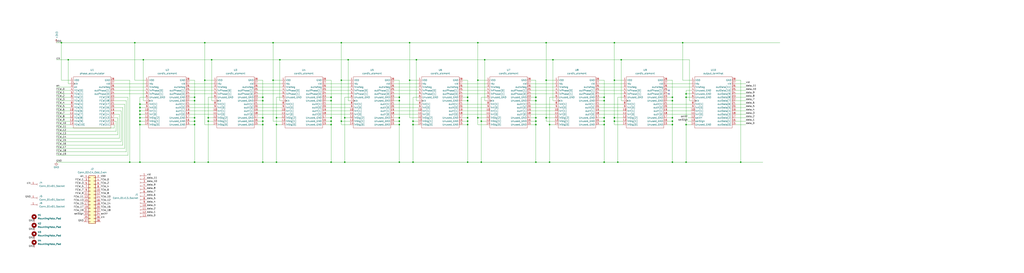
<source format=kicad_sch>
(kicad_sch (version 20250114) (generator "eeschema") (generator_version "9.0")
  (paper "User" 762 203.2)
  (lib_symbols
    (symbol "Connector:Conn_01x01_Socket" (pin_names (offset 1.016) (hide yes))
      (property "Reference" "J" (at 0 2.54 0))
      (property "Value" "Conn_01x01_Socket" (at 0 -2.54 0))
      (symbol "Conn_01x01_Socket_1_1"
        (polyline (pts (xy -1.27 0) (xy -0.508 0)) (stroke (width 0.1524)))
        (arc (start 0 -0.508) (mid -0.5058 0) (end 0 0.508) (stroke (width 0.1524)))
        (pin passive line (at -5.08 0 0) (length 3.81) (name "Pin_1") (number "1"))
      )
    )
    (symbol "Connector:Conn_01x13_Socket" (pin_names (offset 1.016) (hide yes))
      (property "Reference" "J" (at 0 17.78 0))
      (property "Value" "Conn_01x13_Socket" (at 0 -17.78 0))
      (symbol "Conn_01x13_Socket_1_1"
        (polyline (pts (xy -1.27 15.24) (xy -0.508 15.24)) (stroke (width 0.1524)))
        (polyline (pts (xy -1.27 12.7) (xy -0.508 12.7)) (stroke (width 0.1524)))
        (polyline (pts (xy -1.27 10.16) (xy -0.508 10.16)) (stroke (width 0.1524)))
        (polyline (pts (xy -1.27 7.62) (xy -0.508 7.62)) (stroke (width 0.1524)))
        (polyline (pts (xy -1.27 5.08) (xy -0.508 5.08)) (stroke (width 0.1524)))
        (polyline (pts (xy -1.27 2.54) (xy -0.508 2.54)) (stroke (width 0.1524)))
        (polyline (pts (xy -1.27 0) (xy -0.508 0)) (stroke (width 0.1524)))
        (polyline (pts (xy -1.27 -2.54) (xy -0.508 -2.54)) (stroke (width 0.1524)))
        (polyline (pts (xy -1.27 -5.08) (xy -0.508 -5.08)) (stroke (width 0.1524)))
        (polyline (pts (xy -1.27 -7.62) (xy -0.508 -7.62)) (stroke (width 0.1524)))
        (polyline (pts (xy -1.27 -10.16) (xy -0.508 -10.16)) (stroke (width 0.1524)))
        (polyline (pts (xy -1.27 -12.7) (xy -0.508 -12.7)) (stroke (width 0.1524)))
        (polyline (pts (xy -1.27 -15.24) (xy -0.508 -15.24)) (stroke (width 0.1524)))
        (arc (start 0 14.732) (mid -0.5058 15.24) (end 0 15.748) (stroke (width 0.1524)))
        (arc (start 0 12.192) (mid -0.5058 12.7) (end 0 13.208) (stroke (width 0.1524)))
        (arc (start 0 9.652) (mid -0.5058 10.16) (end 0 10.668) (stroke (width 0.1524)))
        (arc (start 0 7.112) (mid -0.5058 7.62) (end 0 8.128) (stroke (width 0.1524)))
        (arc (start 0 4.572) (mid -0.5058 5.08) (end 0 5.588) (stroke (width 0.1524)))
        (arc (start 0 2.032) (mid -0.5058 2.54) (end 0 3.048) (stroke (width 0.1524)))
        (arc (start 0 -0.508) (mid -0.5058 0) (end 0 0.508) (stroke (width 0.1524)))
        (arc (start 0 -3.048) (mid -0.5058 -2.54) (end 0 -2.032) (stroke (width 0.1524)))
        (arc (start 0 -5.588) (mid -0.5058 -5.08) (end 0 -4.572) (stroke (width 0.1524)))
        (arc (start 0 -8.128) (mid -0.5058 -7.62) (end 0 -7.112) (stroke (width 0.1524)))
        (arc (start 0 -10.668) (mid -0.5058 -10.16) (end 0 -9.652) (stroke (width 0.1524)))
        (arc (start 0 -13.208) (mid -0.5058 -12.7) (end 0 -12.192) (stroke (width 0.1524)))
        (arc (start 0 -15.748) (mid -0.5058 -15.24) (end 0 -14.732) (stroke (width 0.1524)))
        (pin passive line (at -5.08 15.24 0) (length 3.81) (name "Pin_1") (number "1"))
        (pin passive line (at -5.08 12.7 0) (length 3.81) (name "Pin_2") (number "2"))
        (pin passive line (at -5.08 10.16 0) (length 3.81) (name "Pin_3") (number "3"))
        (pin passive line (at -5.08 7.62 0) (length 3.81) (name "Pin_4") (number "4"))
        (pin passive line (at -5.08 5.08 0) (length 3.81) (name "Pin_5") (number "5"))
        (pin passive line (at -5.08 2.54 0) (length 3.81) (name "Pin_6") (number "6"))
        (pin passive line (at -5.08 0 0) (length 3.81) (name "Pin_7") (number "7"))
        (pin passive line (at -5.08 -2.54 0) (length 3.81) (name "Pin_8") (number "8"))
        (pin passive line (at -5.08 -5.08 0) (length 3.81) (name "Pin_9") (number "9"))
        (pin passive line (at -5.08 -7.62 0) (length 3.81) (name "Pin_10") (number "10"))
        (pin passive line (at -5.08 -10.16 0) (length 3.81) (name "Pin_11") (number "11"))
        (pin passive line (at -5.08 -12.7 0) (length 3.81) (name "Pin_12") (number "12"))
        (pin passive line (at -5.08 -15.24 0) (length 3.81) (name "Pin_13") (number "13"))
      )
    )
    (symbol "Connector_Generic:Conn_02x14_Odd_Even" (pin_names (offset 1.016) (hide yes))
      (property "Reference" "J" (at 1.27 17.78 0))
      (property "Value" "Conn_02x14_Odd_Even" (at 1.27 -20.32 0))
      (symbol "Conn_02x14_Odd_Even_1_1"
        (rectangle (start -1.27 16.51) (end 3.81 -19.05) (stroke (width 0.254)) (fill (type background)))
        (rectangle (start -1.27 15.367) (end 0 15.113) (stroke (width 0.1524)))
        (rectangle (start -1.27 12.827) (end 0 12.573) (stroke (width 0.1524)))
        (rectangle (start -1.27 10.287) (end 0 10.033) (stroke (width 0.1524)))
        (rectangle (start -1.27 7.747) (end 0 7.493) (stroke (width 0.1524)))
        (rectangle (start -1.27 5.207) (end 0 4.953) (stroke (width 0.1524)))
        (rectangle (start -1.27 2.667) (end 0 2.413) (stroke (width 0.1524)))
        (rectangle (start -1.27 0.127) (end 0 -0.127) (stroke (width 0.1524)))
        (rectangle (start -1.27 -2.413) (end 0 -2.667) (stroke (width 0.1524)))
        (rectangle (start -1.27 -4.953) (end 0 -5.207) (stroke (width 0.1524)))
        (rectangle (start -1.27 -7.493) (end 0 -7.747) (stroke (width 0.1524)))
        (rectangle (start -1.27 -10.033) (end 0 -10.287) (stroke (width 0.1524)))
        (rectangle (start -1.27 -12.573) (end 0 -12.827) (stroke (width 0.1524)))
        (rectangle (start -1.27 -15.113) (end 0 -15.367) (stroke (width 0.1524)))
        (rectangle (start -1.27 -17.653) (end 0 -17.907) (stroke (width 0.1524)))
        (rectangle (start 3.81 15.367) (end 2.54 15.113) (stroke (width 0.1524)))
        (rectangle (start 3.81 12.827) (end 2.54 12.573) (stroke (width 0.1524)))
        (rectangle (start 3.81 10.287) (end 2.54 10.033) (stroke (width 0.1524)))
        (rectangle (start 3.81 7.747) (end 2.54 7.493) (stroke (width 0.1524)))
        (rectangle (start 3.81 5.207) (end 2.54 4.953) (stroke (width 0.1524)))
        (rectangle (start 3.81 2.667) (end 2.54 2.413) (stroke (width 0.1524)))
        (rectangle (start 3.81 0.127) (end 2.54 -0.127) (stroke (width 0.1524)))
        (rectangle (start 3.81 -2.413) (end 2.54 -2.667) (stroke (width 0.1524)))
        (rectangle (start 3.81 -4.953) (end 2.54 -5.207) (stroke (width 0.1524)))
        (rectangle (start 3.81 -7.493) (end 2.54 -7.747) (stroke (width 0.1524)))
        (rectangle (start 3.81 -10.033) (end 2.54 -10.287) (stroke (width 0.1524)))
        (rectangle (start 3.81 -12.573) (end 2.54 -12.827) (stroke (width 0.1524)))
        (rectangle (start 3.81 -15.113) (end 2.54 -15.367) (stroke (width 0.1524)))
        (rectangle (start 3.81 -17.653) (end 2.54 -17.907) (stroke (width 0.1524)))
        (pin passive line (at -5.08 15.24 0) (length 3.81) (name "Pin_1") (number "1"))
        (pin passive line (at -5.08 12.7 0) (length 3.81) (name "Pin_3") (number "3"))
        (pin passive line (at -5.08 10.16 0) (length 3.81) (name "Pin_5") (number "5"))
        (pin passive line (at -5.08 7.62 0) (length 3.81) (name "Pin_7") (number "7"))
        (pin passive line (at -5.08 5.08 0) (length 3.81) (name "Pin_9") (number "9"))
        (pin passive line (at -5.08 2.54 0) (length 3.81) (name "Pin_11") (number "11"))
        (pin passive line (at -5.08 0 0) (length 3.81) (name "Pin_13") (number "13"))
        (pin passive line (at -5.08 -2.54 0) (length 3.81) (name "Pin_15") (number "15"))
        (pin passive line (at -5.08 -5.08 0) (length 3.81) (name "Pin_17") (number "17"))
        (pin passive line (at -5.08 -7.62 0) (length 3.81) (name "Pin_19") (number "19"))
        (pin passive line (at -5.08 -10.16 0) (length 3.81) (name "Pin_21") (number "21"))
        (pin passive line (at -5.08 -12.7 0) (length 3.81) (name "Pin_23") (number "23"))
        (pin passive line (at -5.08 -15.24 0) (length 3.81) (name "Pin_25") (number "25"))
        (pin passive line (at -5.08 -17.78 0) (length 3.81) (name "Pin_27") (number "27"))
        (pin passive line (at 7.62 15.24 180) (length 3.81) (name "Pin_2") (number "2"))
        (pin passive line (at 7.62 12.7 180) (length 3.81) (name "Pin_4") (number "4"))
        (pin passive line (at 7.62 10.16 180) (length 3.81) (name "Pin_6") (number "6"))
        (pin passive line (at 7.62 7.62 180) (length 3.81) (name "Pin_8") (number "8"))
        (pin passive line (at 7.62 5.08 180) (length 3.81) (name "Pin_10") (number "10"))
        (pin passive line (at 7.62 2.54 180) (length 3.81) (name "Pin_12") (number "12"))
        (pin passive line (at 7.62 0 180) (length 3.81) (name "Pin_14") (number "14"))
        (pin passive line (at 7.62 -2.54 180) (length 3.81) (name "Pin_16") (number "16"))
        (pin passive line (at 7.62 -5.08 180) (length 3.81) (name "Pin_18") (number "18"))
        (pin passive line (at 7.62 -7.62 180) (length 3.81) (name "Pin_20") (number "20"))
        (pin passive line (at 7.62 -10.16 180) (length 3.81) (name "Pin_22") (number "22"))
        (pin passive line (at 7.62 -12.7 180) (length 3.81) (name "Pin_24") (number "24"))
        (pin passive line (at 7.62 -15.24 180) (length 3.81) (name "Pin_26") (number "26"))
        (pin passive line (at 7.62 -17.78 180) (length 3.81) (name "Pin_28") (number "28"))
      )
    )
    (symbol "Mechanical:MountingHole_Pad" (pin_numbers (hide yes)) (pin_names (offset 1.016) (hide yes)) (in_bom no)
      (property "Reference" "H" (at 0 6.35 0))
      (property "Value" "MountingHole_Pad" (at 0 4.445 0))
      (symbol "MountingHole_Pad_0_1"
        (circle (center 0 1.27) (radius 1.27) (stroke (width 1.27)))
      )
      (symbol "MountingHole_Pad_1_1"
        (pin input line (at 0 -2.54 90) (length 2.54) (name "1") (number "1"))
      )
    )
    (symbol "power:+3V3" (power) (pin_names (offset 0))
      (property "Value" "+3V3" (at 0 3.556 0))
      (symbol "+3V3_0_1"
        (polyline (pts (xy -0.762 1.27) (xy 0 2.54)))
        (polyline (pts (xy 0 2.54) (xy 0.762 1.27)))
        (polyline (pts (xy 0 0) (xy 0 2.54)))
      )
      (symbol "+3V3_1_1"
        (pin power_in line (at 0 0 90) (length 0) (hide yes) (name "+3V3") (number "1"))
      )
    )
    (symbol "power:GND" (power) (pin_names (offset 0))
      (property "Value" "GND" (at 0 -3.81 0))
      (symbol "GND_0_1"
        (polyline (pts (xy 0 0) (xy 0 -1.27) (xy 1.27 -1.27) (xy 0 -2.54) (xy -1.27 -1.27) (xy 0 -1.27)))
      )
      (symbol "GND_1_1"
        (pin power_in line (at 0 0 270) (length 0) (hide yes) (name "GND") (number "1"))
      )
    )
    (symbol "user_mychip25y1st_nco_sub1:NCO_Sub1"
      (property "Reference" "U" (at 0 22.86 0))
      (property "Value" "phase_accumulator" (at 0 20.32 0))
      (symbol "NCO_Sub1_0_1"
        (rectangle (start -13.97 19.05) (end 13.97 -19.05))
      )
      (symbol "NCO_Sub1_1_1"
        (pin power_in line (at -16.51 16.51 0) (length 2.54) (name "VDD") (number "1"))
        (pin input clock (at -16.51 13.97 0) (length 2.54) (name "clk") (number "2"))
        (pin input line (at -16.51 11.43 0) (length 2.54) (name "en") (number "3"))
        (pin input line (at -16.51 8.89 0) (length 2.54) (name "FCW[0]") (number "4"))
        (pin input line (at -16.51 6.35 0) (length 2.54) (name "FCW[1]") (number "5"))
        (pin input line (at -16.51 3.81 0) (length 2.54) (name "FCW[2]") (number "6"))
        (pin input line (at -16.51 1.27 0) (length 2.54) (name "FCW[3]") (number "7"))
        (pin input line (at -16.51 -1.27 0) (length 2.54) (name "FCW[4]") (number "8"))
        (pin input line (at -16.51 -3.81 0) (length 2.54) (name "FCW[5]") (number "9"))
        (pin input line (at -16.51 -6.35 0) (length 2.54) (name "FCW[6]") (number "10"))
        (pin input line (at -16.51 -8.89 0) (length 2.54) (name "FCW[7]") (number "11"))
        (pin input line (at -16.51 -11.43 0) (length 2.54) (name "FCW[8]") (number "12"))
        (pin input line (at -16.51 -13.97 0) (length 2.54) (name "FCW[9]") (number "13"))
        (pin input line (at -16.51 -16.51 0) (length 2.54) (name "FCW[10]") (number "14"))
        (pin power_in line (at 16.51 16.51 180) (length 2.54) (name "GND") (number "28"))
        (pin output line (at 16.51 13.97 180) (length 2.54) (name "vld") (number "27"))
        (pin output line (at 16.51 11.43 180) (length 2.54) (name "outIsNeg") (number "26"))
        (pin output line (at 16.51 8.89 180) (length 2.54) (name "outPhase[1]") (number "25"))
        (pin output line (at 16.51 6.35 180) (length 2.54) (name "outPhase[0]") (number "24"))
        (pin input line (at 16.51 3.81 180) (length 2.54) (name "FCW[19]") (number "23"))
        (pin input line (at 16.51 1.27 180) (length 2.54) (name "FCW[18]") (number "22"))
        (pin input line (at 16.51 -1.27 180) (length 2.54) (name "FCW[17]") (number "21"))
        (pin input line (at 16.51 -3.81 180) (length 2.54) (name "FCW[16]") (number "20"))
        (pin input line (at 16.51 -6.35 180) (length 2.54) (name "FCW[15]") (number "19"))
        (pin input line (at 16.51 -8.89 180) (length 2.54) (name "FCW[14]") (number "18"))
        (pin input line (at 16.51 -11.43 180) (length 2.54) (name "FCW[13]") (number "17"))
        (pin input line (at 16.51 -13.97 180) (length 2.54) (name "FCW[12]") (number "16"))
        (pin input line (at 16.51 -16.51 180) (length 2.54) (name "FCW[11]") (number "15"))
      )
    )
    (symbol "user_mychip25y1st_nco_sub2:NCO_Sub2"
      (property "Reference" "U" (at 0 21.59 0))
      (property "Value" "cordic_element" (at 0 19.05 0))
      (symbol "NCO_Sub2_0_1"
        (rectangle (start -13.97 17.78) (end 13.97 -20.32))
      )
      (symbol "NCO_Sub2_1_1"
        (pin power_in line (at -16.51 15.24 0) (length 2.54) (name "VDD") (number "1"))
        (pin input line (at -16.51 12.7 0) (length 2.54) (name "rdy") (number "2"))
        (pin input line (at -16.51 10.16 0) (length 2.54) (name "inIsNeg") (number "3"))
        (pin input line (at -16.51 7.62 0) (length 2.54) (name "inPhase[0]") (number "4"))
        (pin input line (at -16.51 5.08 0) (length 2.54) (name "inPhase[1]") (number "5"))
        (pin input line (at -16.51 2.54 0) (length 2.54) (name "Unused_GND") (number "6"))
        (pin input clock (at -16.51 0 0) (length 2.54) (name "clk") (number "7"))
        (pin input line (at -16.51 -2.54 0) (length 2.54) (name "inX[1]") (number "8"))
        (pin input line (at -16.51 -5.08 0) (length 2.54) (name "inX[0]") (number "9"))
        (pin input line (at -16.51 -7.62 0) (length 2.54) (name "inY[1]") (number "10"))
        (pin input line (at -16.51 -10.16 0) (length 2.54) (name "inY[0]") (number "11"))
        (pin input line (at -16.51 -12.7 0) (length 2.54) (name "inStg[2]") (number "12"))
        (pin input line (at -16.51 -15.24 0) (length 2.54) (name "inStg[1]") (number "13"))
        (pin input line (at -16.51 -17.78 0) (length 2.54) (name "inStg[0]") (number "14"))
        (pin power_in line (at 16.51 15.24 180) (length 2.54) (name "GND") (number "28"))
        (pin output line (at 16.51 12.7 180) (length 2.54) (name "vld") (number "27"))
        (pin output line (at 16.51 10.16 180) (length 2.54) (name "outIsNeg") (number "26"))
        (pin output line (at 16.51 7.62 180) (length 2.54) (name "outPhase[1]") (number "25"))
        (pin output line (at 16.51 5.08 180) (length 2.54) (name "outPhase[0]") (number "24"))
        (pin input line (at 16.51 2.54 180) (length 2.54) (name "Unused_GND") (number "23"))
        (pin input line (at 16.51 0 180) (length 2.54) (name "Unused_GND") (number "22"))
        (pin output line (at 16.51 -2.54 180) (length 2.54) (name "outX[1]") (number "21"))
        (pin output line (at 16.51 -5.08 180) (length 2.54) (name "outX[0]") (number "20"))
        (pin output line (at 16.51 -7.62 180) (length 2.54) (name "outY[1]") (number "19"))
        (pin output line (at 16.51 -10.16 180) (length 2.54) (name "outY[0]") (number "18"))
        (pin input line (at 16.51 -12.7 180) (length 2.54) (name "Unused_GND") (number "17"))
        (pin input line (at 16.51 -15.24 180) (length 2.54) (name "Unused_GND") (number "16"))
        (pin input line (at 16.51 -17.78 180) (length 2.54) (name "Unused_GND") (number "15"))
      )
    )
    (symbol "user_mychip25y1st_nco_sub3:NCO_Sub3"
      (property "Reference" "U" (at 0 21.59 0))
      (property "Value" "output_terminal" (at 0 19.05 0))
      (symbol "NCO_Sub3_0_1"
        (rectangle (start -13.97 17.78) (end 13.97 -20.32))
      )
      (symbol "NCO_Sub3_1_1"
        (pin power_in line (at -16.51 15.24 0) (length 2.54) (name "VDD") (number "1"))
        (pin input line (at -16.51 12.7 0) (length 2.54) (name "rdy") (number "2"))
        (pin input line (at -16.51 10.16 0) (length 2.54) (name "inIsNeg") (number "3"))
        (pin input line (at -16.51 7.62 0) (length 2.54) (name "Unused_GND") (number "4"))
        (pin input line (at -16.51 5.08 0) (length 2.54) (name "Unused_GND") (number "5"))
        (pin input line (at -16.51 2.54 0) (length 2.54) (name "Unused_GND") (number "6"))
        (pin input clock (at -16.51 0 0) (length 2.54) (name "clk") (number "7"))
        (pin input line (at -16.51 -2.54 0) (length 2.54) (name "inX[1]") (number "8"))
        (pin input line (at -16.51 -5.08 0) (length 2.54) (name "inX[0]") (number "9"))
        (pin input line (at -16.51 -7.62 0) (length 2.54) (name "inY[1]") (number "10"))
        (pin input line (at -16.51 -10.16 0) (length 2.54) (name "inY[0]") (number "11"))
        (pin input line (at -16.51 -12.7 0) (length 2.54) (name "selXY") (number "12"))
        (pin input line (at -16.51 -15.24 0) (length 2.54) (name "selSign") (number "13"))
        (pin input line (at -16.51 -17.78 0) (length 2.54) (name "Unused_GND") (number "14"))
        (pin power_in line (at 16.51 15.24 180) (length 2.54) (name "GND") (number "28"))
        (pin output line (at 16.51 12.7 180) (length 2.54) (name "vld") (number "27"))
        (pin output line (at 16.51 10.16 180) (length 2.54) (name "outData[11]") (number "26"))
        (pin output line (at 16.51 7.62 180) (length 2.54) (name "outData[10]") (number "25"))
        (pin output line (at 16.51 5.08 180) (length 2.54) (name "outData[9]") (number "24"))
        (pin output line (at 16.51 2.54 180) (length 2.54) (name "outData[8]") (number "23"))
        (pin output line (at 16.51 0 180) (length 2.54) (name "outData[7]") (number "22"))
        (pin output line (at 16.51 -2.54 180) (length 2.54) (name "outData[6]") (number "21"))
        (pin output line (at 16.51 -5.08 180) (length 2.54) (name "outData[5]") (number "20"))
        (pin output line (at 16.51 -7.62 180) (length 2.54) (name "outData[4]") (number "19"))
        (pin output line (at 16.51 -10.16 180) (length 2.54) (name "outData[3]") (number "18"))
        (pin output line (at 16.51 -12.7 180) (length 2.54) (name "outData[2]") (number "17"))
        (pin output line (at 16.51 -15.24 180) (length 2.54) (name "outData[1]") (number "16"))
        (pin output line (at 16.51 -17.78 180) (length 2.54) (name "outData[0]") (number "15"))
      )
    )
  )
  (junction (at 406.4 31.75))
  (junction (at 347.98 90.17))
  (junction (at 106.68 44.45))
  (junction (at 304.8 59.69))
  (junction (at 355.6 31.75))
  (junction (at 358.14 120.65))
  (junction (at 205.74 120.65))
  (junction (at 347.98 92.71))
  (junction (at 347.98 120.65))
  (junction (at 355.6 59.69))
  (junction (at 104.14 82.55))
  (junction (at 551.18 120.65))
  (junction (at 297.18 90.17))
  (junction (at 256.54 120.65))
  (junction (at 195.58 92.71))
  (junction (at 449.58 72.39))
  (junction (at 104.14 87.63))
  (junction (at 96.52 120.65))
  (junction (at 355.6 87.63))
  (junction (at 408.94 120.65))
  (junction (at 246.38 90.17))
  (junction (at 408.94 92.71))
  (junction (at 195.58 74.93))
  (junction (at 246.38 74.93))
  (junction (at 500.38 87.63))
  (junction (at 297.18 72.39))
  (junction (at 510.54 69.85))
  (junction (at 259.08 44.45))
  (junction (at 457.2 31.75))
  (junction (at 500.38 92.71))
  (junction (at 297.18 87.63))
  (junction (at 449.58 90.17))
  (junction (at 195.58 90.17))
  (junction (at 144.78 74.93))
  (junction (at 398.78 72.39))
  (junction (at 104.14 90.17))
  (junction (at 457.2 87.63))
  (junction (at 449.58 92.71))
  (junction (at 500.38 90.17))
  (junction (at 449.58 87.63))
  (junction (at 347.98 87.63))
  (junction (at 510.54 92.71))
  (junction (at 360.68 44.45))
  (junction (at 104.14 120.65))
  (junction (at 304.8 31.75))
  (junction (at 411.48 44.45))
  (junction (at 246.38 120.65))
  (junction (at 154.94 120.65))
  (junction (at 45.72 31.75))
  (junction (at 195.58 72.39))
  (junction (at 144.78 92.71))
  (junction (at 398.78 74.93))
  (junction (at 307.34 90.17))
  (junction (at 510.54 72.39))
  (junction (at 205.74 87.63))
  (junction (at 157.48 44.45))
  (junction (at 500.38 72.39))
  (junction (at 459.74 120.65))
  (junction (at 254 59.69))
  (junction (at 510.54 120.65))
  (junction (at 347.98 74.93))
  (junction (at 195.58 87.63))
  (junction (at 500.38 120.65))
  (junction (at 500.38 74.93))
  (junction (at 406.4 87.63))
  (junction (at 100.33 31.75))
  (junction (at 309.88 44.45))
  (junction (at 398.78 92.71))
  (junction (at 254 31.75))
  (junction (at 457.2 90.17))
  (junction (at 398.78 120.65))
  (junction (at 154.94 90.17))
  (junction (at 152.4 59.69))
  (junction (at 144.78 120.65))
  (junction (at 297.18 92.71))
  (junction (at 406.4 59.69))
  (junction (at 152.4 31.75))
  (junction (at 246.38 87.63))
  (junction (at 307.34 120.65))
  (junction (at 104.14 77.47))
  (junction (at 104.14 80.01))
  (junction (at 203.2 59.69))
  (junction (at 154.94 87.63))
  (junction (at 246.38 92.71))
  (junction (at 203.2 31.75))
  (junction (at 144.78 87.63))
  (junction (at 104.14 92.71))
  (junction (at 254 90.17))
  (junction (at 205.74 92.71))
  (junction (at 457.2 59.69))
  (junction (at 195.58 120.65))
  (junction (at 462.28 44.45))
  (junction (at 104.14 85.09))
  (junction (at 508 31.75))
  (junction (at 50.8 44.45))
  (junction (at 144.78 72.39))
  (junction (at 208.28 44.45))
  (junction (at 398.78 90.17))
  (junction (at 449.58 120.65))
  (junction (at 144.78 90.17))
  (junction (at 297.18 74.93))
  (junction (at 347.98 72.39))
  (junction (at 358.14 90.17))
  (junction (at 256.54 87.63))
  (junction (at 449.58 74.93))
  (junction (at 398.78 87.63))
  (junction (at 307.34 92.71))
  (junction (at 297.18 120.65))
  (junction (at 246.38 72.39))
  (no_connect (at 497.84 69.85))
  (no_connect (at 497.84 67.31))
  (wire (pts (xy 304.8 31.75) (xy 355.6 31.75)))
  (wire (pts (xy 508 31.75) (xy 580.39 31.75)))
  (wire (pts (xy 50.8 62.23) (xy 52.07 62.23)))
  (wire (pts (xy 45.72 31.75) (xy 100.33 31.75)))
  (wire (pts (xy 87.63 87.63) (xy 85.09 87.63)))
  (wire (pts (xy 344.17 77.47) (xy 361.95 77.47)))
  (wire (pts (xy 293.37 64.77) (xy 311.15 64.77)))
  (wire (pts (xy 205.74 92.71) (xy 209.55 92.71)))
  (wire (pts (xy 158.75 59.69) (xy 152.4 59.69)))
  (wire (pts (xy 394.97 59.69) (xy 398.78 59.69)))
  (wire (pts (xy 195.58 74.93) (xy 195.58 87.63)))
  (wire (pts (xy 95.25 72.39) (xy 95.25 115.57)))
  (wire (pts (xy 411.48 74.93) (xy 411.48 44.45)))
  (wire (pts (xy 360.68 74.93) (xy 361.95 74.93)))
  (wire (pts (xy 514.35 72.39) (xy 510.54 72.39)))
  (wire (pts (xy 85.09 69.85) (xy 107.95 69.85)))
  (wire (pts (xy 304.8 87.63) (xy 304.8 59.69)))
  (wire (pts (xy 360.68 44.45) (xy 411.48 44.45)))
  (wire (pts (xy 462.28 44.45) (xy 513.08 44.45)))
  (wire (pts (xy 246.38 92.71) (xy 246.38 120.65)))
  (wire (pts (xy 242.57 72.39) (xy 246.38 72.39)))
  (wire (pts (xy 203.2 31.75) (xy 254 31.75)))
  (wire (pts (xy 41.91 64.77) (xy 52.07 64.77)))
  (wire (pts (xy 293.37 72.39) (xy 297.18 72.39)))
  (wire (pts (xy 293.37 67.31) (xy 311.15 67.31)))
  (wire (pts (xy 260.35 92.71) (xy 254 92.71)))
  (wire (pts (xy 195.58 90.17) (xy 195.58 92.71)))
  (wire (pts (xy 347.98 72.39) (xy 347.98 74.93)))
  (wire (pts (xy 191.77 74.93) (xy 195.58 74.93)))
  (wire (pts (xy 140.97 87.63) (xy 144.78 87.63)))
  (wire (pts (xy 459.74 72.39) (xy 459.74 120.65)))
  (wire (pts (xy 293.37 87.63) (xy 297.18 87.63)))
  (wire (pts (xy 547.37 82.55) (xy 554.99 82.55)))
  (wire (pts (xy 242.57 77.47) (xy 260.35 77.47)))
  (wire (pts (xy 445.77 87.63) (xy 449.58 87.63)))
  (wire (pts (xy 394.97 82.55) (xy 412.75 82.55)))
  (wire (pts (xy 41.91 85.09) (xy 52.07 85.09)))
  (wire (pts (xy 144.78 74.93) (xy 144.78 87.63)))
  (wire (pts (xy 41.91 120.65) (xy 96.52 120.65)))
  (wire (pts (xy 195.58 59.69) (xy 195.58 72.39)))
  (wire (pts (xy 445.77 90.17) (xy 449.58 90.17)))
  (wire (pts (xy 104.14 87.63) (xy 104.14 90.17)))
  (wire (pts (xy 152.4 59.69) (xy 152.4 31.75)))
  (wire (pts (xy 361.95 92.71) (xy 355.6 92.71)))
  (wire (pts (xy 496.57 82.55) (xy 514.35 82.55)))
  (wire (pts (xy 208.28 74.93) (xy 208.28 44.45)))
  (wire (pts (xy 411.48 44.45) (xy 462.28 44.45)))
  (wire (pts (xy 344.17 80.01) (xy 361.95 80.01)))
  (wire (pts (xy 510.54 69.85) (xy 514.35 69.85)))
  (wire (pts (xy 457.2 90.17) (xy 463.55 90.17)))
  (wire (pts (xy 511.81 87.63) (xy 514.35 87.63)))
  (wire (pts (xy 242.57 92.71) (xy 246.38 92.71)))
  (wire (pts (xy 144.78 72.39) (xy 144.78 74.93)))
  (wire (pts (xy 297.18 92.71) (xy 297.18 120.65)))
  (wire (pts (xy 394.97 85.09) (xy 412.75 85.09)))
  (wire (pts (xy 547.37 90.17) (xy 554.99 90.17)))
  (wire (pts (xy 394.97 87.63) (xy 398.78 87.63)))
  (wire (pts (xy 100.33 59.69) (xy 100.33 31.75)))
  (wire (pts (xy 205.74 92.71) (xy 205.74 120.65)))
  (wire (pts (xy 293.37 92.71) (xy 297.18 92.71)))
  (wire (pts (xy 140.97 69.85) (xy 158.75 69.85)))
  (wire (pts (xy 154.94 120.65) (xy 195.58 120.65)))
  (wire (pts (xy 144.78 90.17) (xy 144.78 92.71)))
  (wire (pts (xy 242.57 59.69) (xy 246.38 59.69)))
  (wire (pts (xy 547.37 62.23) (xy 554.99 62.23)))
  (wire (pts (xy 209.55 90.17) (xy 203.2 90.17)))
  (wire (pts (xy 307.34 92.71) (xy 311.15 92.71)))
  (wire (pts (xy 514.35 74.93) (xy 513.08 74.93)))
  (wire (pts (xy 106.68 74.93) (xy 106.68 44.45)))
  (wire (pts (xy 41.91 100.33) (xy 87.63 100.33)))
  (wire (pts (xy 398.78 90.17) (xy 398.78 92.71)))
  (wire (pts (xy 457.2 59.69) (xy 457.2 31.75)))
  (wire (pts (xy 510.54 92.71) (xy 514.35 92.71)))
  (wire (pts (xy 100.33 31.75) (xy 152.4 31.75)))
  (wire (pts (xy 293.37 82.55) (xy 311.15 82.55)))
  (wire (pts (xy 445.77 67.31) (xy 463.55 67.31)))
  (wire (pts (xy 41.91 74.93) (xy 52.07 74.93)))
  (wire (pts (xy 347.98 120.65) (xy 358.14 120.65)))
  (wire (pts (xy 85.09 77.47) (xy 92.71 77.47)))
  (wire (pts (xy 307.34 90.17) (xy 311.15 90.17)))
  (wire (pts (xy 104.14 92.71) (xy 107.95 92.71)))
  (wire (pts (xy 344.17 92.71) (xy 347.98 92.71)))
  (wire (pts (xy 547.37 80.01) (xy 554.99 80.01)))
  (wire (pts (xy 307.34 90.17) (xy 307.34 92.71)))
  (wire (pts (xy 96.52 59.69) (xy 96.52 120.65)))
  (wire (pts (xy 195.58 72.39) (xy 195.58 74.93)))
  (wire (pts (xy 449.58 74.93) (xy 449.58 87.63)))
  (wire (pts (xy 246.38 74.93) (xy 246.38 87.63)))
  (wire (pts (xy 140.97 67.31) (xy 158.75 67.31)))
  (wire (pts (xy 41.91 69.85) (xy 52.07 69.85)))
  (wire (pts (xy 293.37 80.01) (xy 311.15 80.01)))
  (wire (pts (xy 394.97 69.85) (xy 412.75 69.85)))
  (wire (pts (xy 191.77 87.63) (xy 195.58 87.63)))
  (wire (pts (xy 394.97 92.71) (xy 398.78 92.71)))
  (wire (pts (xy 106.68 44.45) (xy 157.48 44.45)))
  (wire (pts (xy 513.08 44.45) (xy 513.08 74.93)))
  (wire (pts (xy 85.09 80.01) (xy 91.44 80.01)))
  (wire (pts (xy 297.18 59.69) (xy 297.18 72.39)))
  (wire (pts (xy 449.58 87.63) (xy 449.58 90.17)))
  (wire (pts (xy 86.36 90.17) (xy 86.36 97.79)))
  (wire (pts (xy 408.94 92.71) (xy 408.94 120.65)))
  (wire (pts (xy 547.37 72.39) (xy 554.99 72.39)))
  (wire (pts (xy 500.38 74.93) (xy 500.38 87.63)))
  (wire (pts (xy 463.55 59.69) (xy 457.2 59.69)))
  (wire (pts (xy 344.17 62.23) (xy 361.95 62.23)))
  (wire (pts (xy 85.09 85.09) (xy 88.9 85.09)))
  (wire (pts (xy 408.94 92.71) (xy 412.75 92.71)))
  (wire (pts (xy 445.77 85.09) (xy 463.55 85.09)))
  (wire (pts (xy 551.18 59.69) (xy 551.18 120.65)))
  (wire (pts (xy 547.37 87.63) (xy 554.99 87.63)))
  (wire (pts (xy 195.58 120.65) (xy 205.74 120.65)))
  (wire (pts (xy 293.37 59.69) (xy 297.18 59.69)))
  (wire (pts (xy 496.57 62.23) (xy 514.35 62.23)))
  (wire (pts (xy 293.37 77.47) (xy 311.15 77.47)))
  (wire (pts (xy 445.77 64.77) (xy 463.55 64.77)))
  (wire (pts (xy 398.78 59.69) (xy 398.78 72.39)))
  (wire (pts (xy 459.74 120.65) (xy 500.38 120.65)))
  (wire (pts (xy 41.91 113.03) (xy 93.98 113.03)))
  (wire (pts (xy 355.6 31.75) (xy 406.4 31.75)))
  (wire (pts (xy 514.35 59.69) (xy 508 59.69)))
  (wire (pts (xy 205.74 87.63) (xy 205.74 92.71)))
  (wire (pts (xy 191.77 72.39) (xy 195.58 72.39)))
  (wire (pts (xy 88.9 85.09) (xy 88.9 102.87)))
  (wire (pts (xy 293.37 90.17) (xy 297.18 90.17)))
  (wire (pts (xy 242.57 82.55) (xy 260.35 82.55)))
  (wire (pts (xy 104.14 80.01) (xy 104.14 82.55)))
  (wire (pts (xy 191.77 90.17) (xy 195.58 90.17)))
  (wire (pts (xy 140.97 82.55) (xy 158.75 82.55)))
  (wire (pts (xy 360.68 74.93) (xy 360.68 44.45)))
  (wire (pts (xy 246.38 59.69) (xy 246.38 72.39)))
  (wire (pts (xy 208.28 44.45) (xy 259.08 44.45)))
  (wire (pts (xy 41.91 97.79) (xy 86.36 97.79)))
  (wire (pts (xy 154.94 90.17) (xy 158.75 90.17)))
  (wire (pts (xy 205.74 120.65) (xy 246.38 120.65)))
  (wire (pts (xy 497.84 67.31) (xy 496.57 67.31)))
  (wire (pts (xy 496.57 77.47) (xy 514.35 77.47)))
  (wire (pts (xy 256.54 87.63) (xy 260.35 87.63)))
  (wire (pts (xy 406.4 59.69) (xy 406.4 31.75)))
  (wire (pts (xy 361.95 72.39) (xy 358.14 72.39)))
  (wire (pts (xy 259.08 44.45) (xy 309.88 44.45)))
  (wire (pts (xy 344.17 64.77) (xy 361.95 64.77)))
  (wire (pts (xy 309.88 74.93) (xy 311.15 74.93)))
  (wire (pts (xy 449.58 72.39) (xy 449.58 74.93)))
  (wire (pts (xy 457.2 31.75) (xy 508 31.75)))
  (wire (pts (xy 496.57 92.71) (xy 500.38 92.71)))
  (wire (pts (xy 104.14 82.55) (xy 107.95 82.55)))
  (wire (pts (xy 355.6 59.69) (xy 355.6 87.63)))
  (wire (pts (xy 242.57 62.23) (xy 260.35 62.23)))
  (wire (pts (xy 394.97 72.39) (xy 398.78 72.39)))
  (wire (pts (xy 394.97 90.17) (xy 398.78 90.17)))
  (wire (pts (xy 140.97 92.71) (xy 144.78 92.71)))
  (wire (pts (xy 463.55 72.39) (xy 459.74 72.39)))
  (wire (pts (xy 547.37 85.09) (xy 554.99 85.09)))
  (wire (pts (xy 85.09 82.55) (xy 90.17 82.55)))
  (wire (pts (xy 259.08 74.93) (xy 259.08 44.45)))
  (wire (pts (xy 406.4 87.63) (xy 406.4 59.69)))
  (wire (pts (xy 309.88 74.93) (xy 309.88 44.45)))
  (wire (pts (xy 361.95 59.69) (xy 355.6 59.69)))
  (wire (pts (xy 311.15 87.63) (xy 304.8 87.63)))
  (wire (pts (xy 50.8 44.45) (xy 106.68 44.45)))
  (wire (pts (xy 191.77 64.77) (xy 209.55 64.77)))
  (wire (pts (xy 293.37 74.93) (xy 297.18 74.93)))
  (wire (pts (xy 256.54 87.63) (xy 256.54 120.65)))
  (wire (pts (xy 347.98 74.93) (xy 347.98 87.63)))
  (wire (pts (xy 104.14 72.39) (xy 104.14 77.47)))
  (wire (pts (xy 394.97 74.93) (xy 398.78 74.93)))
  (wire (pts (xy 242.57 74.93) (xy 246.38 74.93)))
  (wire (pts (xy 445.77 69.85) (xy 463.55 69.85)))
  (wire (pts (xy 500.38 92.71) (xy 500.38 120.65)))
  (wire (pts (xy 104.14 80.01) (xy 107.95 80.01)))
  (wire (pts (xy 191.77 85.09) (xy 209.55 85.09)))
  (wire (pts (xy 50.8 62.23) (xy 50.8 44.45)))
  (wire (pts (xy 246.38 72.39) (xy 246.38 74.93)))
  (wire (pts (xy 41.91 67.31) (xy 52.07 67.31)))
  (wire (pts (xy 246.38 90.17) (xy 246.38 92.71)))
  (wire (pts (xy 307.34 120.65) (xy 347.98 120.65)))
  (wire (pts (xy 297.18 90.17) (xy 297.18 92.71)))
  (wire (pts (xy 107.95 87.63) (xy 104.14 87.63)))
  (wire (pts (xy 158.75 92.71) (xy 152.4 92.71)))
  (wire (pts (xy 307.34 92.71) (xy 307.34 120.65)))
  (wire (pts (xy 41.91 110.49) (xy 92.71 110.49)))
  (wire (pts (xy 449.58 120.65) (xy 459.74 120.65)))
  (wire (pts (xy 293.37 69.85) (xy 311.15 69.85)))
  (wire (pts (xy 259.08 74.93) (xy 260.35 74.93)))
  (wire (pts (xy 347.98 87.63) (xy 347.98 90.17)))
  (wire (pts (xy 457.2 87.63) (xy 463.55 87.63)))
  (wire (pts (xy 92.71 77.47) (xy 92.71 110.49)))
  (wire (pts (xy 140.97 62.23) (xy 158.75 62.23)))
  (wire (pts (xy 398.78 120.65) (xy 408.94 120.65)))
  (wire (pts (xy 90.17 82.55) (xy 90.17 105.41)))
  (wire (pts (xy 41.91 105.41) (xy 90.17 105.41)))
  (wire (pts (xy 394.97 67.31) (xy 412.75 67.31)))
  (wire (pts (xy 408.94 72.39) (xy 408.94 92.71)))
  (wire (pts (xy 242.57 80.01) (xy 260.35 80.01)))
  (wire (pts (xy 398.78 92.71) (xy 398.78 120.65)))
  (wire (pts (xy 41.91 90.17) (xy 52.07 90.17)))
  (wire (pts (xy 106.68 74.93) (xy 107.95 74.93)))
  (wire (pts (xy 344.17 85.09) (xy 361.95 85.09)))
  (wire (pts (xy 85.09 92.71) (xy 85.09 95.25)))
  (wire (pts (xy 344.17 74.93) (xy 347.98 74.93)))
  (wire (pts (xy 311.15 59.69) (xy 304.8 59.69)))
  (wire (pts (xy 297.18 120.65) (xy 307.34 120.65)))
  (wire (pts (xy 412.75 72.39) (xy 408.94 72.39)))
  (wire (pts (xy 157.48 44.45) (xy 208.28 44.45)))
  (wire (pts (xy 408.94 120.65) (xy 449.58 120.65)))
  (wire (pts (xy 242.57 67.31) (xy 260.35 67.31)))
  (wire (pts (xy 394.97 77.47) (xy 412.75 77.47)))
  (wire (pts (xy 85.09 59.69) (xy 96.52 59.69)))
  (wire (pts (xy 158.75 72.39) (xy 154.94 72.39)))
  (wire (pts (xy 205.74 72.39) (xy 205.74 87.63)))
  (wire (pts (xy 91.44 80.01) (xy 91.44 107.95)))
  (wire (pts (xy 140.97 64.77) (xy 158.75 64.77)))
  (wire (pts (xy 547.37 59.69) (xy 551.18 59.69)))
  (wire (pts (xy 191.77 77.47) (xy 209.55 77.47)))
  (wire (pts (xy 344.17 87.63) (xy 347.98 87.63)))
  (wire (pts (xy 496.57 64.77) (xy 514.35 64.77)))
  (wire (pts (xy 41.91 102.87) (xy 88.9 102.87)))
  (wire (pts (xy 191.77 80.01) (xy 209.55 80.01)))
  (wire (pts (xy 347.98 92.71) (xy 347.98 120.65)))
  (wire (pts (xy 195.58 87.63) (xy 195.58 90.17)))
  (wire (pts (xy 191.77 82.55) (xy 209.55 82.55)))
  (wire (pts (xy 510.54 69.85) (xy 510.54 72.39)))
  (wire (pts (xy 508 59.69) (xy 508 31.75)))
  (wire (pts (xy 547.37 77.47) (xy 554.99 77.47)))
  (wire (pts (xy 154.94 87.63) (xy 154.94 90.17)))
  (wire (pts (xy 355.6 31.75) (xy 355.6 59.69)))
  (wire (pts (xy 449.58 92.71) (xy 449.58 120.65)))
  (wire (pts (xy 205.74 87.63) (xy 209.55 87.63)))
  (wire (pts (xy 304.8 59.69) (xy 304.8 31.75)))
  (wire (pts (xy 510.54 67.31) (xy 510.54 69.85)))
  (wire (pts (xy 140.97 80.01) (xy 158.75 80.01)))
  (wire (pts (xy 347.98 90.17) (xy 347.98 92.71)))
  (wire (pts (xy 457.2 90.17) (xy 457.2 87.63)))
  (wire (pts (xy 394.97 64.77) (xy 412.75 64.77)))
  (wire (pts (xy 406.4 31.75) (xy 457.2 31.75)))
  (wire (pts (xy 254 59.69) (xy 254 31.75)))
  (wire (pts (xy 297.18 72.39) (xy 297.18 74.93)))
  (wire (pts (xy 144.78 92.71) (xy 144.78 120.65)))
  (wire (pts (xy 41.91 77.47) (xy 52.07 77.47)))
  (wire (pts (xy 246.38 120.65) (xy 256.54 120.65)))
  (wire (pts (xy 52.07 59.69) (xy 45.72 59.69)))
  (wire (pts (xy 293.37 62.23) (xy 311.15 62.23)))
  (wire (pts (xy 358.14 72.39) (xy 358.14 90.17)))
  (wire (pts (xy 551.18 120.65) (xy 567.69 120.65)))
  (wire (pts (xy 496.57 72.39) (xy 500.38 72.39)))
  (wire (pts (xy 510.54 120.65) (xy 551.18 120.65)))
  (wire (pts (xy 260.35 59.69) (xy 254 59.69)))
  (wire (pts (xy 104.14 90.17) (xy 107.95 90.17)))
  (wire (pts (xy 355.6 87.63) (xy 361.95 87.63)))
  (wire (pts (xy 93.98 74.93) (xy 93.98 113.03)))
  (wire (pts (xy 152.4 92.71) (xy 152.4 59.69)))
  (wire (pts (xy 547.37 74.93) (xy 554.99 74.93)))
  (wire (pts (xy 500.38 120.65) (xy 510.54 120.65)))
  (wire (pts (xy 144.78 87.63) (xy 144.78 90.17)))
  (wire (pts (xy 41.91 82.55) (xy 52.07 82.55)))
  (wire (pts (xy 406.4 87.63) (xy 412.75 87.63)))
  (wire (pts (xy 195.58 92.71) (xy 195.58 120.65)))
  (wire (pts (xy 86.36 90.17) (xy 85.09 90.17)))
  (wire (pts (xy 242.57 87.63) (xy 246.38 87.63)))
  (wire (pts (xy 394.97 62.23) (xy 412.75 62.23)))
  (wire (pts (xy 449.58 90.17) (xy 449.58 92.71)))
  (wire (pts (xy 445.77 59.69) (xy 449.58 59.69)))
  (wire (pts (xy 104.14 85.09) (xy 107.95 85.09)))
  (wire (pts (xy 191.77 92.71) (xy 195.58 92.71)))
  (wire (pts (xy 358.14 120.65) (xy 398.78 120.65)))
  (wire (pts (xy 445.77 74.93) (xy 449.58 74.93)))
  (wire (pts (xy 104.14 120.65) (xy 144.78 120.65)))
  (wire (pts (xy 457.2 87.63) (xy 457.2 59.69)))
  (wire (pts (xy 209.55 72.39) (xy 205.74 72.39)))
  (wire (pts (xy 297.18 74.93) (xy 297.18 87.63)))
  (wire (pts (xy 500.38 90.17) (xy 500.38 92.71)))
  (wire (pts (xy 41.91 107.95) (xy 91.44 107.95)))
  (wire (pts (xy 547.37 92.71) (xy 554.99 92.71)))
  (wire (pts (xy 496.57 59.69) (xy 500.38 59.69)))
  (wire (pts (xy 344.17 82.55) (xy 361.95 82.55)))
  (wire (pts (xy 514.35 67.31) (xy 510.54 67.31)))
  (wire (pts (xy 157.48 74.93) (xy 158.75 74.93)))
  (wire (pts (xy 254 90.17) (xy 254 59.69)))
  (wire (pts (xy 398.78 72.39) (xy 398.78 74.93)))
  (wire (pts (xy 355.6 87.63) (xy 355.6 92.71)))
  (wire (pts (xy 445.77 77.47) (xy 463.55 77.47)))
  (wire (pts (xy 412.75 59.69) (xy 406.4 59.69)))
  (wire (pts (xy 347.98 59.69) (xy 347.98 72.39)))
  (wire (pts (xy 85.09 62.23) (xy 107.95 62.23)))
  (wire (pts (xy 41.91 95.25) (xy 85.09 95.25)))
  (wire (pts (xy 41.91 44.45) (xy 50.8 44.45)))
  (wire (pts (xy 344.17 69.85) (xy 361.95 69.85)))
  (wire (pts (xy 406.4 90.17) (xy 406.4 87.63)))
  (wire (pts (xy 496.57 85.09) (xy 514.35 85.09)))
  (wire (pts (xy 254 92.71) (xy 254 90.17)))
  (wire (pts (xy 41.91 115.57) (xy 95.25 115.57)))
  (wire (pts (xy 547.37 69.85) (xy 554.99 69.85)))
  (wire (pts (xy 496.57 90.17) (xy 500.38 90.17)))
  (wire (pts (xy 85.09 72.39) (xy 95.25 72.39)))
  (wire (pts (xy 104.14 85.09) (xy 104.14 87.63)))
  (wire (pts (xy 41.91 87.63) (xy 52.07 87.63)))
  (wire (pts (xy 293.37 85.09) (xy 311.15 85.09)))
  (wire (pts (xy 242.57 69.85) (xy 260.35 69.85)))
  (wire (pts (xy 496.57 74.93) (xy 500.38 74.93)))
  (wire (pts (xy 242.57 85.09) (xy 260.35 85.09)))
  (wire (pts (xy 41.91 80.01) (xy 52.07 80.01)))
  (wire (pts (xy 242.57 64.77) (xy 260.35 64.77)))
  (wire (pts (xy 104.14 90.17) (xy 104.14 92.71)))
  (wire (pts (xy 344.17 59.69) (xy 347.98 59.69)))
  (wire (pts (xy 344.17 90.17) (xy 347.98 90.17)))
  (wire (pts (xy 152.4 31.75) (xy 203.2 31.75)))
  (wire (pts (xy 547.37 67.31) (xy 554.99 67.31)))
  (wire (pts (xy 107.95 72.39) (xy 104.14 72.39)))
  (wire (pts (xy 191.77 59.69) (xy 195.58 59.69)))
  (wire (pts (xy 260.35 72.39) (xy 256.54 72.39)))
  (wire (pts (xy 547.37 64.77) (xy 554.99 64.77)))
  (wire (pts (xy 104.14 77.47) (xy 107.95 77.47)))
  (wire (pts (xy 457.2 92.71) (xy 457.2 90.17)))
  (wire (pts (xy 254 90.17) (xy 260.35 90.17)))
  (wire (pts (xy 246.38 87.63) (xy 246.38 90.17)))
  (wire (pts (xy 85.09 67.31) (xy 107.95 67.31)))
  (wire (pts (xy 511.81 90.17) (xy 514.35 90.17)))
  (wire (pts (xy 144.78 59.69) (xy 144.78 72.39)))
  (wire (pts (xy 344.17 72.39) (xy 347.98 72.39)))
  (wire (pts (xy 462.28 74.93) (xy 463.55 74.93)))
  (wire (pts (xy 309.88 44.45) (xy 360.68 44.45)))
  (wire (pts (xy 500.38 72.39) (xy 500.38 74.93)))
  (wire (pts (xy 140.97 77.47) (xy 158.75 77.47)))
  (wire (pts (xy 510.54 72.39) (xy 510.54 92.71)))
  (wire (pts (xy 497.84 69.85) (xy 496.57 69.85)))
  (wire (pts (xy 41.91 31.75) (xy 45.72 31.75)))
  (wire (pts (xy 445.77 92.71) (xy 449.58 92.71)))
  (wire (pts (xy 449.58 59.69) (xy 449.58 72.39)))
  (wire (pts (xy 297.18 87.63) (xy 297.18 90.17)))
  (wire (pts (xy 445.77 80.01) (xy 463.55 80.01)))
  (wire (pts (xy 358.14 90.17) (xy 361.95 90.17)))
  (wire (pts (xy 140.97 85.09) (xy 158.75 85.09)))
  (wire (pts (xy 254 31.75) (xy 304.8 31.75)))
  (wire (pts (xy 191.77 62.23) (xy 209.55 62.23)))
  (wire (pts (xy 107.95 59.69) (xy 100.33 59.69)))
  (wire (pts (xy 85.09 64.77) (xy 107.95 64.77)))
  (wire (pts (xy 96.52 120.65) (xy 104.14 120.65)))
  (wire (pts (xy 445.77 82.55) (xy 463.55 82.55)))
  (wire (pts (xy 463.55 92.71) (xy 457.2 92.71)))
  (wire (pts (xy 344.17 67.31) (xy 361.95 67.31)))
  (wire (pts (xy 154.94 72.39) (xy 154.94 87.63)))
  (wire (pts (xy 140.97 90.17) (xy 144.78 90.17)))
  (wire (pts (xy 144.78 120.65) (xy 154.94 120.65)))
  (wire (pts (xy 85.09 74.93) (xy 93.98 74.93)))
  (wire (pts (xy 496.57 80.01) (xy 514.35 80.01)))
  (wire (pts (xy 256.54 120.65) (xy 297.18 120.65)))
  (wire (pts (xy 510.54 92.71) (xy 510.54 120.65)))
  (wire (pts (xy 445.77 72.39) (xy 449.58 72.39)))
  (wire (pts (xy 394.97 80.01) (xy 412.75 80.01)))
  (wire (pts (xy 500.38 59.69) (xy 500.38 72.39)))
  (wire (pts (xy 500.38 87.63) (xy 500.38 90.17)))
  (wire (pts (xy 104.14 92.71) (xy 104.14 120.65)))
  (wire (pts (xy 398.78 87.63) (xy 398.78 90.17)))
  (wire (pts (xy 203.2 90.17) (xy 203.2 59.69)))
  (wire (pts (xy 445.77 62.23) (xy 463.55 62.23)))
  (wire (pts (xy 462.28 74.93) (xy 462.28 44.45)))
  (wire (pts (xy 157.48 74.93) (xy 157.48 44.45)))
  (wire (pts (xy 411.48 74.93) (xy 412.75 74.93)))
  (wire (pts (xy 307.34 72.39) (xy 307.34 90.17)))
  (wire (pts (xy 140.97 74.93) (xy 144.78 74.93)))
  (wire (pts (xy 208.28 74.93) (xy 209.55 74.93)))
  (wire (pts (xy 104.14 82.55) (xy 104.14 85.09)))
  (wire (pts (xy 45.72 59.69) (xy 45.72 31.75)))
  (wire (pts (xy 191.77 67.31) (xy 209.55 67.31)))
  (wire (pts (xy 154.94 87.63) (xy 158.75 87.63)))
  (wire (pts (xy 154.94 90.17) (xy 154.94 120.65)))
  (wire (pts (xy 140.97 72.39) (xy 144.78 72.39)))
  (wire (pts (xy 209.55 59.69) (xy 203.2 59.69)))
  (wire (pts (xy 41.91 92.71) (xy 52.07 92.71)))
  (wire (pts (xy 191.77 69.85) (xy 209.55 69.85)))
  (wire (pts (xy 358.14 90.17) (xy 358.14 120.65)))
  (wire (pts (xy 87.63 87.63) (xy 87.63 100.33)))
  (wire (pts (xy 242.57 90.17) (xy 246.38 90.17)))
  (wire (pts (xy 104.14 77.47) (xy 104.14 80.01)))
  (wire (pts (xy 256.54 72.39) (xy 256.54 87.63)))
  (wire (pts (xy 41.91 72.39) (xy 52.07 72.39)))
  (wire (pts (xy 140.97 59.69) (xy 144.78 59.69)))
  (wire (pts (xy 398.78 74.93) (xy 398.78 87.63)))
  (wire (pts (xy 412.75 90.17) (xy 406.4 90.17)))
  (wire (pts (xy 311.15 72.39) (xy 307.34 72.39)))
  (wire (pts (xy 203.2 59.69) (xy 203.2 31.75)))
  (wire (pts (xy 496.57 87.63) (xy 500.38 87.63)))
  (label "data_1" (at 554.99 90.17 0))
  (label "data_6" (at 109.22 146.05 0))
  (label "FCW_13" (at 41.91 100.33 0))
  (label "FCW_7" (at 41.91 85.09 0))
  (label "GND" (at 25.4 171.45 180))
  (label "FCW_5" (at 62.23 139.7 180))
  (label "FCW_2" (at 41.91 72.39 0))
  (label "VDD" (at 74.93 132.08 0))
  (label "FCW_13" (at 62.23 149.86 180))
  (label "FCW_3" (at 62.23 137.16 180))
  (label "FCW_16" (at 74.93 154.94 0))
  (label "vld" (at 554.99 62.23 0))
  (label "clk" (at 22.86 137.16 180))
  (label "data_0" (at 554.99 92.71 0))
  (label "data_3" (at 554.99 85.09 0))
  (label "FCW_18" (at 74.93 157.48 0))
  (label "FCW_17" (at 62.23 154.94 180))
  (label "FCW_6" (at 41.91 82.55 0))
  (label "data_7" (at 554.99 74.93 0))
  (label "data_8" (at 554.99 72.39 0))
  (label "GND" (at 22.86 147.32 180))
  (label "selSign" (at 62.23 160.02 180))
  (label "FCW_0" (at 41.91 67.31 0))
  (label "FCW_17" (at 41.91 110.49 0))
  (label "GND" (at 25.4 165.1 180))
  (label "GND" (at 25.4 177.8 180))
  (label "FCW_12" (at 41.91 97.79 0))
  (label "data_10" (at 554.99 67.31 0))
  (label "FCW_19" (at 41.91 115.57 0))
  (label "FCW_19" (at 62.23 157.48 180))
  (label "data_8" (at 109.22 140.97 0))
  (label "FCW_9" (at 62.23 144.78 180))
  (label "data_2" (at 554.99 87.63 0))
  (label "FCW_9" (at 41.91 90.17 0))
  (label "clk" (at 41.91 44.45 0))
  (label "FCW_6" (at 74.93 142.24 0))
  (label "data_6" (at 554.99 77.47 0))
  (label "FCW_1" (at 62.23 134.62 180))
  (label "data_2" (at 109.22 156.21 0))
  (label "data_0" (at 109.22 161.29 0))
  (label "FCW_14" (at 74.93 152.4 0))
  (label "FCW_10" (at 41.91 92.71 0))
  (label "en" (at 62.23 132.08 180))
  (label "data_5" (at 554.99 80.01 0))
  (label "FCW_7" (at 62.23 142.24 180))
  (label "FCW_1" (at 41.91 69.85 0))
  (label "data_3" (at 109.22 153.67 0))
  (label "FCW_4" (at 74.93 139.7 0))
  (label "FCW_4" (at 41.91 77.47 0))
  (label "FCW_2" (at 74.93 137.16 0))
  (label "FCW_3" (at 41.91 74.93 0))
  (label "clk" (at 74.93 162.56 0))
  (label "data_9" (at 109.22 138.43 0))
  (label "FCW_11" (at 41.91 95.25 0))
  (label "VDD" (at 41.91 31.75 0))
  (label "selSign" (at 511.81 90.17 180))
  (label "FCW_10" (at 74.93 147.32 0))
  (label "data_9" (at 554.99 69.85 0))
  (label "GND" (at 62.23 165.1 180))
  (label "data_5" (at 109.22 148.59 0))
  (label "FCW_0" (at 74.93 134.62 0))
  (label "vld" (at 109.22 130.81 0))
  (label "data_11" (at 554.99 64.77 0))
  (label "data_1" (at 109.22 158.75 0))
  (label "data_7" (at 109.22 143.51 0))
  (label "en" (at 41.91 64.77 0))
  (label "selXY" (at 511.81 87.63 180))
  (label "GND" (at 25.4 184.15 180))
  (label "FCW_18" (at 41.91 113.03 0))
  (label "data_4" (at 554.99 82.55 0))
  (label "FCW_15" (at 62.23 152.4 180))
  (label "data_4" (at 109.22 151.13 0))
  (label "FCW_11" (at 62.23 147.32 180))
  (label "FCW_14" (at 41.91 102.87 0))
  (label "FCW_16" (at 41.91 107.95 0))
  (label "FCW_12" (at 74.93 149.86 0))
  (label "FCW_8" (at 74.93 144.78 0))
  (label "GND" (at 41.91 120.65 0))
  (label "selXY" (at 74.93 160.02 0))
  (label "FCW_8" (at 41.91 87.63 0))
  (label "FCW_5" (at 41.91 80.01 0))
  (label "data_10" (at 109.22 135.89 0))
  (label "FCW_15" (at 41.91 105.41 0))
  (label "data_11" (at 109.22 133.35 0))
  (symbol (lib_id "Connector:Conn_01x01_Socket") (at 27.94 147.32 0) (unit 1)
    (property "Reference" "J5" (at 29.21 146.0499 0) (effects (justify left)))
    (property "Value" "Conn_01x01_Socket" (at 29.21 148.5899 0) (effects (justify left)))
    (property "Footprint" "Connector_PinHeader_2.54mm:PinHeader_1x01_P2.54mm_Vertical" (effects (hide yes)))
    (property "Description" "Generic connector, single row, 01x01, script generated" (effects (hide yes)))
  )
  (symbol (lib_id "user_mychip25y1st_nco_sub2:NCO_Sub2") (at 124.46 74.93 0) (unit 1)
    (property "Reference" "U2" (at 124.46 52.07 0))
    (property "Value" "cordic_element" (at 124.46 54.61 0))
    (property "Footprint" "Package_SO:SOP-28_8.4x18.16mm_P1.27mm" (effects (hide yes)))
    (property "Datasheet" "kicad-embed://NCO-subs pinmap 28pin package.pdf" (effects (hide yes)))
    (property "Description" "MyChip 25y1st cordic_element(NCO_Sub3)" (effects (hide yes)))
  )
  (symbol (lib_id "user_mychip25y1st_nco_sub2:NCO_Sub2") (at 226.06 74.93 0) (unit 1)
    (property "Reference" "U4" (at 226.06 52.07 0))
    (property "Value" "cordic_element" (at 226.06 54.61 0))
    (property "Footprint" "Package_SO:SOP-28_8.4x18.16mm_P1.27mm" (effects (hide yes)))
    (property "Datasheet" "kicad-embed://NCO-subs pinmap 28pin package.pdf" (effects (hide yes)))
    (property "Description" "MyChip 25y1st cordic_element(NCO_Sub3)" (effects (hide yes)))
  )
  (symbol (lib_id "user_mychip25y1st_nco_sub2:NCO_Sub2") (at 276.86 74.93 0) (unit 1)
    (property "Reference" "U5" (at 276.86 52.07 0))
    (property "Value" "cordic_element" (at 276.86 54.61 0))
    (property "Footprint" "Package_SO:SOP-28_8.4x18.16mm_P1.27mm" (effects (hide yes)))
    (property "Datasheet" "kicad-embed://NCO-subs pinmap 28pin package.pdf" (effects (hide yes)))
    (property "Description" "MyChip 25y1st cordic_element(NCO_Sub3)" (effects (hide yes)))
  )
  (symbol (lib_id "user_mychip25y1st_nco_sub3:NCO_Sub3") (at 530.86 74.93 0) (unit 1)
    (property "Reference" "U10" (at 530.86 52.07 0))
    (property "Value" "output_terminal" (at 530.86 54.61 0))
    (property "Footprint" "Package_SO:SOP-28_8.4x18.16mm_P1.27mm" (effects (hide yes)))
    (property "Datasheet" "kicad-embed://NCO-subs pinmap 28pin package.pdf" (effects (hide yes)))
    (property "Description" "MyChip 25y1st output_terminal(NCO_Sub3)" (effects (hide yes)))
  )
  (symbol (lib_id "Connector:Conn_01x01_Socket") (at 27.94 152.4 0) (unit 1)
    (property "Reference" "J6" (at 29.21 151.1299 0) (effects (justify left)))
    (property "Value" "Conn_01x01_Socket" (at 29.21 153.6699 0) (effects (justify left)))
    (property "Footprint" "Connector_PinHeader_2.54mm:PinHeader_1x01_P2.54mm_Vertical" (effects (hide yes)))
    (property "Description" "Generic connector, single row, 01x01, script generated" (effects (hide yes)))
  )
  (symbol (lib_id "user_mychip25y1st_nco_sub2:NCO_Sub2") (at 327.66 74.93 0) (unit 1)
    (property "Reference" "U6" (at 327.66 52.07 0))
    (property "Value" "cordic_element" (at 327.66 54.61 0))
    (property "Footprint" "Package_SO:SOP-28_8.4x18.16mm_P1.27mm" (effects (hide yes)))
    (property "Datasheet" "kicad-embed://NCO-subs pinmap 28pin package.pdf" (effects (hide yes)))
    (property "Description" "MyChip 25y1st cordic_element(NCO_Sub3)" (effects (hide yes)))
  )
  (symbol (lib_id "user_mychip25y1st_nco_sub2:NCO_Sub2") (at 175.26 74.93 0) (unit 1)
    (property "Reference" "U3" (at 175.26 52.07 0))
    (property "Value" "cordic_element" (at 175.26 54.61 0))
    (property "Footprint" "Package_SO:SOP-28_8.4x18.16mm_P1.27mm" (effects (hide yes)))
    (property "Datasheet" "kicad-embed://NCO-subs pinmap 28pin package.pdf" (effects (hide yes)))
    (property "Description" "MyChip 25y1st cordic_element(NCO_Sub3)" (effects (hide yes)))
  )
  (symbol (lib_id "Connector:Conn_01x01_Socket") (at 27.94 137.16 0) (unit 1)
    (property "Reference" "J4" (at 29.21 135.8899 0) (effects (justify left)))
    (property "Value" "Conn_01x01_Socket" (at 29.21 138.4299 0) (effects (justify left)))
    (property "Footprint" "Connector_PinHeader_2.54mm:PinHeader_1x01_P2.54mm_Vertical" (effects (hide yes)))
    (property "Description" "Generic connector, single row, 01x01, script generated" (effects (hide yes)))
  )
  (symbol (lib_id "user_mychip25y1st_nco_sub2:NCO_Sub2") (at 429.26 74.93 0) (unit 1)
    (property "Reference" "U8" (at 429.26 52.07 0))
    (property "Value" "cordic_element" (at 429.26 54.61 0))
    (property "Footprint" "Package_SO:SOP-28_8.4x18.16mm_P1.27mm" (effects (hide yes)))
    (property "Datasheet" "kicad-embed://NCO-subs pinmap 28pin package.pdf" (effects (hide yes)))
    (property "Description" "MyChip 25y1st cordic_element(NCO_Sub3)" (effects (hide yes)))
  )
  (symbol (lib_id "Connector_Generic:Conn_02x14_Odd_Even") (at 67.31 147.32 0) (unit 1)
    (property "Reference" "J2" (at 68.58 125.73 0))
    (property "Value" "Conn_02x14_Odd_Even" (at 68.58 128.27 0))
    (property "Footprint" "Connector_PinHeader_2.54mm:PinHeader_2x14_P2.54mm_Vertical" (effects (hide yes)))
    (property "Description" "Generic connector, double row, 02x14, odd/even pin numbering scheme (row 1 odd numbers, row 2 even numbers), script generated (kicad-library-utils/schlib/autogen/connector/)" (effects (hide yes)))
  )
  (symbol (lib_id "user_mychip25y1st_nco_sub2:NCO_Sub2") (at 378.46 74.93 0) (unit 1)
    (property "Reference" "U7" (at 378.46 52.07 0))
    (property "Value" "cordic_element" (at 378.46 54.61 0))
    (property "Footprint" "Package_SO:SOP-28_8.4x18.16mm_P1.27mm" (effects (hide yes)))
    (property "Datasheet" "kicad-embed://NCO-subs pinmap 28pin package.pdf" (effects (hide yes)))
    (property "Description" "MyChip 25y1st cordic_element(NCO_Sub3)" (effects (hide yes)))
  )
  (symbol (lib_id "Mechanical:MountingHole_Pad") (at 25.4 175.26 0) (unit 1) (in_bom no)
    (property "Reference" "H3" (at 27.94 172.7199 0) (effects (justify left)))
    (property "Value" "MountingHole_Pad" (at 27.94 175.2599 0) (effects (justify left)))
    (property "Footprint" "MountingHole:MountingHole_3.2mm_M3_Pad" (effects (hide yes)))
    (property "Description" "Mounting Hole with connection" (effects (hide yes)))
  )
  (symbol (lib_id "Mechanical:MountingHole_Pad") (at 25.4 168.91 0) (unit 1) (in_bom no)
    (property "Reference" "H2" (at 27.94 166.3699 0) (effects (justify left)))
    (property "Value" "MountingHole_Pad" (at 27.94 168.9099 0) (effects (justify left)))
    (property "Footprint" "MountingHole:MountingHole_3.2mm_M3_Pad" (effects (hide yes)))
    (property "Description" "Mounting Hole with connection" (effects (hide yes)))
  )
  (symbol (lib_id "Mechanical:MountingHole_Pad") (at 25.4 181.61 0) (unit 1) (in_bom no)
    (property "Reference" "H4" (at 27.94 179.0699 0) (effects (justify left)))
    (property "Value" "MountingHole_Pad" (at 27.94 181.6099 0) (effects (justify left)))
    (property "Footprint" "MountingHole:MountingHole_3.2mm_M3_Pad" (effects (hide yes)))
    (property "Description" "Mounting Hole with connection" (effects (hide yes)))
  )
  (symbol (lib_id "power:+3V3") (at 41.91 31.75 0) (unit 1)
    (property "Reference" "#PWR09" (effects (hide yes)))
    (property "Value" "+3V3" (at 42.291 28.702 90) (effects (justify left)))
  )
  (symbol (lib_id "Connector:Conn_01x13_Socket") (at 104.14 146.05 0) (mirror y) (unit 1)
    (property "Reference" "J1" (at 102.87 144.7799 0) (effects (justify left)))
    (property "Value" "Conn_01x13_Socket" (at 102.87 147.3199 0) (effects (justify left)))
    (property "Footprint" "Connector_PinHeader_2.54mm:PinHeader_1x13_P2.54mm_Vertical" (effects (hide yes)))
    (property "Description" "Generic connector, single row, 01x13, script generated" (effects (hide yes)))
  )
  (symbol (lib_id "user_mychip25y1st_nco_sub1:NCO_Sub1") (at 68.58 76.2 0) (unit 1)
    (property "Reference" "U1" (at 68.58 52.07 0))
    (property "Value" "phase_accumulator" (at 68.58 54.61 0))
    (property "Footprint" "Package_SO:SOP-28_8.4x18.16mm_P1.27mm" (effects (hide yes)))
    (property "Datasheet" "kicad-embed://NCO-subs pinmap 28pin package.pdf" (effects (hide yes)))
    (property "Description" "MyChip 25y1st phase_accumulator(NCO_Sub1)" (effects (hide yes)))
  )
  (symbol (lib_id "user_mychip25y1st_nco_sub2:NCO_Sub2") (at 480.06 74.93 0) (unit 1)
    (property "Reference" "U9" (at 480.06 52.07 0))
    (property "Value" "cordic_element" (at 480.06 54.61 0))
    (property "Footprint" "Package_SO:SOP-28_8.4x18.16mm_P1.27mm" (effects (hide yes)))
    (property "Datasheet" "kicad-embed://NCO-subs pinmap 28pin package.pdf" (effects (hide yes)))
    (property "Description" "MyChip 25y1st cordic_element(NCO_Sub3)" (effects (hide yes)))
  )
  (symbol (lib_id "power:GND") (at 41.91 120.65 0) (unit 1)
    (property "Reference" "#PWR08" (effects (hide yes)))
    (property "Value" "GND" (at 41.91 124.46 0))
  )
  (symbol (lib_id "Mechanical:MountingHole_Pad") (at 25.4 162.56 0) (unit 1) (in_bom no)
    (property "Reference" "H1" (at 27.94 160.0199 0) (effects (justify left)))
    (property "Value" "MountingHole_Pad" (at 27.94 162.5599 0) (effects (justify left)))
    (property "Footprint" "MountingHole:MountingHole_3.2mm_M3_Pad" (effects (hide yes)))
    (property "Description" "Mounting Hole with connection" (effects (hide yes)))
  )
)
</source>
